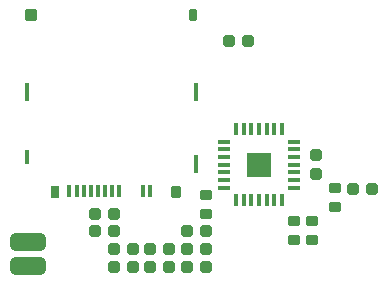
<source format=gbp>
%FSLAX44Y44*%
%MOMM*%
G71*
G01*
G75*
G04 Layer_Color=128*
G04:AMPARAMS|DCode=10|XSize=1mm|YSize=1.2mm|CornerRadius=0.165mm|HoleSize=0mm|Usage=FLASHONLY|Rotation=180.000|XOffset=0mm|YOffset=0mm|HoleType=Round|Shape=RoundedRectangle|*
%AMROUNDEDRECTD10*
21,1,1.0000,0.8700,0,0,180.0*
21,1,0.6700,1.2000,0,0,180.0*
1,1,0.3300,-0.3350,0.4350*
1,1,0.3300,0.3350,0.4350*
1,1,0.3300,0.3350,-0.4350*
1,1,0.3300,-0.3350,-0.4350*
%
%ADD10ROUNDEDRECTD10*%
G04:AMPARAMS|DCode=11|XSize=1.5mm|YSize=3mm|CornerRadius=0.375mm|HoleSize=0mm|Usage=FLASHONLY|Rotation=180.000|XOffset=0mm|YOffset=0mm|HoleType=Round|Shape=RoundedRectangle|*
%AMROUNDEDRECTD11*
21,1,1.5000,2.2500,0,0,180.0*
21,1,0.7500,3.0000,0,0,180.0*
1,1,0.7500,-0.3750,1.1250*
1,1,0.7500,0.3750,1.1250*
1,1,0.7500,0.3750,-1.1250*
1,1,0.7500,-0.3750,-1.1250*
%
%ADD11ROUNDEDRECTD11*%
%ADD12R,0.4000X1.4000*%
G04:AMPARAMS|DCode=13|XSize=1.8mm|YSize=1.9mm|CornerRadius=0.45mm|HoleSize=0mm|Usage=FLASHONLY|Rotation=0.000|XOffset=0mm|YOffset=0mm|HoleType=Round|Shape=RoundedRectangle|*
%AMROUNDEDRECTD13*
21,1,1.8000,1.0000,0,0,0.0*
21,1,0.9000,1.9000,0,0,0.0*
1,1,0.9000,0.4500,-0.5000*
1,1,0.9000,-0.4500,-0.5000*
1,1,0.9000,-0.4500,0.5000*
1,1,0.9000,0.4500,0.5000*
%
%ADD13ROUNDEDRECTD13*%
G04:AMPARAMS|DCode=14|XSize=1.1mm|YSize=0.6mm|CornerRadius=0.201mm|HoleSize=0mm|Usage=FLASHONLY|Rotation=270.000|XOffset=0mm|YOffset=0mm|HoleType=Round|Shape=RoundedRectangle|*
%AMROUNDEDRECTD14*
21,1,1.1000,0.1980,0,0,270.0*
21,1,0.6980,0.6000,0,0,270.0*
1,1,0.4020,-0.0990,-0.3490*
1,1,0.4020,-0.0990,0.3490*
1,1,0.4020,0.0990,0.3490*
1,1,0.4020,0.0990,-0.3490*
%
%ADD14ROUNDEDRECTD14*%
G04:AMPARAMS|DCode=15|XSize=1.1mm|YSize=0.6mm|CornerRadius=0.201mm|HoleSize=0mm|Usage=FLASHONLY|Rotation=180.000|XOffset=0mm|YOffset=0mm|HoleType=Round|Shape=RoundedRectangle|*
%AMROUNDEDRECTD15*
21,1,1.1000,0.1980,0,0,180.0*
21,1,0.6980,0.6000,0,0,180.0*
1,1,0.4020,-0.3490,0.0990*
1,1,0.4020,0.3490,0.0990*
1,1,0.4020,0.3490,-0.0990*
1,1,0.4020,-0.3490,-0.0990*
%
%ADD15ROUNDEDRECTD15*%
%ADD16O,1.8000X0.8000*%
%ADD17O,1.0000X2.5000*%
G04:AMPARAMS|DCode=18|XSize=1.5mm|YSize=3mm|CornerRadius=0.375mm|HoleSize=0mm|Usage=FLASHONLY|Rotation=270.000|XOffset=0mm|YOffset=0mm|HoleType=Round|Shape=RoundedRectangle|*
%AMROUNDEDRECTD18*
21,1,1.5000,2.2500,0,0,270.0*
21,1,0.7500,3.0000,0,0,270.0*
1,1,0.7500,-1.1250,-0.3750*
1,1,0.7500,-1.1250,0.3750*
1,1,0.7500,1.1250,0.3750*
1,1,0.7500,1.1250,-0.3750*
%
%ADD18ROUNDEDRECTD18*%
%ADD19O,2.5000X0.7000*%
%ADD20O,0.7000X2.5000*%
%ADD21C,0.4000*%
%ADD22C,0.2500*%
%ADD23C,0.2000*%
%ADD24C,0.3500*%
%ADD25C,0.7000*%
%ADD26C,1.0000*%
%ADD27C,0.8000*%
%ADD28C,0.7000*%
%ADD29C,2.0000*%
%ADD30R,1.3000X1.3000*%
%ADD31C,1.3000*%
%ADD32C,1.8500*%
G04:AMPARAMS|DCode=33|XSize=1mm|YSize=0.95mm|CornerRadius=0.1995mm|HoleSize=0mm|Usage=FLASHONLY|Rotation=90.000|XOffset=0mm|YOffset=0mm|HoleType=Round|Shape=RoundedRectangle|*
%AMROUNDEDRECTD33*
21,1,1.0000,0.5510,0,0,90.0*
21,1,0.6010,0.9500,0,0,90.0*
1,1,0.3990,0.2755,0.3005*
1,1,0.3990,0.2755,-0.3005*
1,1,0.3990,-0.2755,-0.3005*
1,1,0.3990,-0.2755,0.3005*
%
%ADD33ROUNDEDRECTD33*%
G04:AMPARAMS|DCode=34|XSize=1mm|YSize=0.95mm|CornerRadius=0.1995mm|HoleSize=0mm|Usage=FLASHONLY|Rotation=180.000|XOffset=0mm|YOffset=0mm|HoleType=Round|Shape=RoundedRectangle|*
%AMROUNDEDRECTD34*
21,1,1.0000,0.5510,0,0,180.0*
21,1,0.6010,0.9500,0,0,180.0*
1,1,0.3990,-0.3005,0.2755*
1,1,0.3990,0.3005,0.2755*
1,1,0.3990,0.3005,-0.2755*
1,1,0.3990,-0.3005,-0.2755*
%
%ADD34ROUNDEDRECTD34*%
G04:AMPARAMS|DCode=35|XSize=1mm|YSize=0.9mm|CornerRadius=0.198mm|HoleSize=0mm|Usage=FLASHONLY|Rotation=0.000|XOffset=0mm|YOffset=0mm|HoleType=Round|Shape=RoundedRectangle|*
%AMROUNDEDRECTD35*
21,1,1.0000,0.5040,0,0,0.0*
21,1,0.6040,0.9000,0,0,0.0*
1,1,0.3960,0.3020,-0.2520*
1,1,0.3960,-0.3020,-0.2520*
1,1,0.3960,-0.3020,0.2520*
1,1,0.3960,0.3020,0.2520*
%
%ADD35ROUNDEDRECTD35*%
%ADD36R,4.0000X4.0000*%
%ADD37O,0.4000X1.1000*%
%ADD38O,1.1000X0.4000*%
G04:AMPARAMS|DCode=39|XSize=0.375mm|YSize=1.5mm|CornerRadius=0.0825mm|HoleSize=0mm|Usage=FLASHONLY|Rotation=0.000|XOffset=0mm|YOffset=0mm|HoleType=Round|Shape=RoundedRectangle|*
%AMROUNDEDRECTD39*
21,1,0.3750,1.3350,0,0,0.0*
21,1,0.2100,1.5000,0,0,0.0*
1,1,0.1650,0.1050,-0.6675*
1,1,0.1650,-0.1050,-0.6675*
1,1,0.1650,-0.1050,0.6675*
1,1,0.1650,0.1050,0.6675*
%
%ADD39ROUNDEDRECTD39*%
G04:AMPARAMS|DCode=40|XSize=0.375mm|YSize=1.25mm|CornerRadius=0.0825mm|HoleSize=0mm|Usage=FLASHONLY|Rotation=0.000|XOffset=0mm|YOffset=0mm|HoleType=Round|Shape=RoundedRectangle|*
%AMROUNDEDRECTD40*
21,1,0.3750,1.0850,0,0,0.0*
21,1,0.2100,1.2500,0,0,0.0*
1,1,0.1650,0.1050,-0.5425*
1,1,0.1650,-0.1050,-0.5425*
1,1,0.1650,-0.1050,0.5425*
1,1,0.1650,0.1050,0.5425*
%
%ADD40ROUNDEDRECTD40*%
G04:AMPARAMS|DCode=41|XSize=0.375mm|YSize=1.6mm|CornerRadius=0.0825mm|HoleSize=0mm|Usage=FLASHONLY|Rotation=0.000|XOffset=0mm|YOffset=0mm|HoleType=Round|Shape=RoundedRectangle|*
%AMROUNDEDRECTD41*
21,1,0.3750,1.4350,0,0,0.0*
21,1,0.2100,1.6000,0,0,0.0*
1,1,0.1650,0.1050,-0.7175*
1,1,0.1650,-0.1050,-0.7175*
1,1,0.1650,-0.1050,0.7175*
1,1,0.1650,0.1050,0.7175*
%
%ADD41ROUNDEDRECTD41*%
G04:AMPARAMS|DCode=42|XSize=1.1mm|YSize=0.9mm|CornerRadius=0.3015mm|HoleSize=0mm|Usage=FLASHONLY|Rotation=270.000|XOffset=0mm|YOffset=0mm|HoleType=Round|Shape=RoundedRectangle|*
%AMROUNDEDRECTD42*
21,1,1.1000,0.2970,0,0,270.0*
21,1,0.4970,0.9000,0,0,270.0*
1,1,0.6030,-0.1485,-0.2485*
1,1,0.6030,-0.1485,0.2485*
1,1,0.6030,0.1485,0.2485*
1,1,0.6030,0.1485,-0.2485*
%
%ADD42ROUNDEDRECTD42*%
G04:AMPARAMS|DCode=43|XSize=1mm|YSize=0.4mm|CornerRadius=0.1mm|HoleSize=0mm|Usage=FLASHONLY|Rotation=270.000|XOffset=0mm|YOffset=0mm|HoleType=Round|Shape=RoundedRectangle|*
%AMROUNDEDRECTD43*
21,1,1.0000,0.2000,0,0,270.0*
21,1,0.8000,0.4000,0,0,270.0*
1,1,0.2000,-0.1000,-0.4000*
1,1,0.2000,-0.1000,0.4000*
1,1,0.2000,0.1000,0.4000*
1,1,0.2000,0.1000,-0.4000*
%
%ADD43ROUNDEDRECTD43*%
G04:AMPARAMS|DCode=44|XSize=0.75mm|YSize=1.1mm|CornerRadius=0.165mm|HoleSize=0mm|Usage=FLASHONLY|Rotation=0.000|XOffset=0mm|YOffset=0mm|HoleType=Round|Shape=RoundedRectangle|*
%AMROUNDEDRECTD44*
21,1,0.7500,0.7700,0,0,0.0*
21,1,0.4200,1.1000,0,0,0.0*
1,1,0.3300,0.2100,-0.3850*
1,1,0.3300,-0.2100,-0.3850*
1,1,0.3300,-0.2100,0.3850*
1,1,0.3300,0.2100,0.3850*
%
%ADD44ROUNDEDRECTD44*%
G04:AMPARAMS|DCode=45|XSize=1mm|YSize=1.1mm|CornerRadius=0.165mm|HoleSize=0mm|Usage=FLASHONLY|Rotation=0.000|XOffset=0mm|YOffset=0mm|HoleType=Round|Shape=RoundedRectangle|*
%AMROUNDEDRECTD45*
21,1,1.0000,0.7700,0,0,0.0*
21,1,0.6700,1.1000,0,0,0.0*
1,1,0.3300,0.3350,-0.3850*
1,1,0.3300,-0.3350,-0.3850*
1,1,0.3300,-0.3350,0.3850*
1,1,0.3300,0.3350,0.3850*
%
%ADD45ROUNDEDRECTD45*%
G04:AMPARAMS|DCode=46|XSize=1.1mm|YSize=0.75mm|CornerRadius=0.2512mm|HoleSize=0mm|Usage=FLASHONLY|Rotation=270.000|XOffset=0mm|YOffset=0mm|HoleType=Round|Shape=RoundedRectangle|*
%AMROUNDEDRECTD46*
21,1,1.1000,0.2475,0,0,270.0*
21,1,0.5975,0.7500,0,0,270.0*
1,1,0.5025,-0.1238,-0.2988*
1,1,0.5025,-0.1238,0.2988*
1,1,0.5025,0.1238,0.2988*
1,1,0.5025,0.1238,-0.2988*
%
%ADD46ROUNDEDRECTD46*%
%ADD47C,0.9000*%
%ADD48C,0.5000*%
%ADD49C,0.2540*%
%ADD50C,0.1000*%
G04:AMPARAMS|DCode=51|XSize=1.15mm|YSize=1.35mm|CornerRadius=0.24mm|HoleSize=0mm|Usage=FLASHONLY|Rotation=180.000|XOffset=0mm|YOffset=0mm|HoleType=Round|Shape=RoundedRectangle|*
%AMROUNDEDRECTD51*
21,1,1.1500,0.8700,0,0,180.0*
21,1,0.6700,1.3500,0,0,180.0*
1,1,0.4800,-0.3350,0.4350*
1,1,0.4800,0.3350,0.4350*
1,1,0.4800,0.3350,-0.4350*
1,1,0.4800,-0.3350,-0.4350*
%
%ADD51ROUNDEDRECTD51*%
G04:AMPARAMS|DCode=52|XSize=1.7032mm|YSize=3.2032mm|CornerRadius=0.4766mm|HoleSize=0mm|Usage=FLASHONLY|Rotation=180.000|XOffset=0mm|YOffset=0mm|HoleType=Round|Shape=RoundedRectangle|*
%AMROUNDEDRECTD52*
21,1,1.7032,2.2500,0,0,180.0*
21,1,0.7500,3.2032,0,0,180.0*
1,1,0.9532,-0.3750,1.1250*
1,1,0.9532,0.3750,1.1250*
1,1,0.9532,0.3750,-1.1250*
1,1,0.9532,-0.3750,-1.1250*
%
%ADD52ROUNDEDRECTD52*%
%ADD53R,0.6032X1.6032*%
G04:AMPARAMS|DCode=54|XSize=2.0032mm|YSize=2.1032mm|CornerRadius=0.5516mm|HoleSize=0mm|Usage=FLASHONLY|Rotation=0.000|XOffset=0mm|YOffset=0mm|HoleType=Round|Shape=RoundedRectangle|*
%AMROUNDEDRECTD54*
21,1,2.0032,1.0000,0,0,0.0*
21,1,0.9000,2.1032,0,0,0.0*
1,1,1.1032,0.4500,-0.5000*
1,1,1.1032,-0.4500,-0.5000*
1,1,1.1032,-0.4500,0.5000*
1,1,1.1032,0.4500,0.5000*
%
%ADD54ROUNDEDRECTD54*%
G04:AMPARAMS|DCode=55|XSize=1.25mm|YSize=0.75mm|CornerRadius=0.276mm|HoleSize=0mm|Usage=FLASHONLY|Rotation=270.000|XOffset=0mm|YOffset=0mm|HoleType=Round|Shape=RoundedRectangle|*
%AMROUNDEDRECTD55*
21,1,1.2500,0.1980,0,0,270.0*
21,1,0.6980,0.7500,0,0,270.0*
1,1,0.5520,-0.0990,-0.3490*
1,1,0.5520,-0.0990,0.3490*
1,1,0.5520,0.0990,0.3490*
1,1,0.5520,0.0990,-0.3490*
%
%ADD55ROUNDEDRECTD55*%
G04:AMPARAMS|DCode=56|XSize=1.25mm|YSize=0.75mm|CornerRadius=0.276mm|HoleSize=0mm|Usage=FLASHONLY|Rotation=180.000|XOffset=0mm|YOffset=0mm|HoleType=Round|Shape=RoundedRectangle|*
%AMROUNDEDRECTD56*
21,1,1.2500,0.1980,0,0,180.0*
21,1,0.6980,0.7500,0,0,180.0*
1,1,0.5520,-0.3490,0.0990*
1,1,0.5520,0.3490,0.0990*
1,1,0.5520,0.3490,-0.0990*
1,1,0.5520,-0.3490,-0.0990*
%
%ADD56ROUNDEDRECTD56*%
%ADD57O,1.9500X0.9500*%
%ADD58O,1.1500X2.6500*%
G04:AMPARAMS|DCode=59|XSize=1.7032mm|YSize=3.2032mm|CornerRadius=0.4766mm|HoleSize=0mm|Usage=FLASHONLY|Rotation=270.000|XOffset=0mm|YOffset=0mm|HoleType=Round|Shape=RoundedRectangle|*
%AMROUNDEDRECTD59*
21,1,1.7032,2.2500,0,0,270.0*
21,1,0.7500,3.2032,0,0,270.0*
1,1,0.9532,-1.1250,-0.3750*
1,1,0.9532,-1.1250,0.3750*
1,1,0.9532,1.1250,0.3750*
1,1,0.9532,1.1250,-0.3750*
%
%ADD59ROUNDEDRECTD59*%
%ADD60O,2.6500X0.8500*%
%ADD61O,0.8500X2.6500*%
%ADD62C,1.0032*%
%ADD63C,0.9032*%
%ADD64C,2.2032*%
%ADD65R,1.5032X1.5032*%
%ADD66C,1.5032*%
G04:AMPARAMS|DCode=67|XSize=1.15mm|YSize=1.1mm|CornerRadius=0.2745mm|HoleSize=0mm|Usage=FLASHONLY|Rotation=90.000|XOffset=0mm|YOffset=0mm|HoleType=Round|Shape=RoundedRectangle|*
%AMROUNDEDRECTD67*
21,1,1.1500,0.5510,0,0,90.0*
21,1,0.6010,1.1000,0,0,90.0*
1,1,0.5490,0.2755,0.3005*
1,1,0.5490,0.2755,-0.3005*
1,1,0.5490,-0.2755,-0.3005*
1,1,0.5490,-0.2755,0.3005*
%
%ADD67ROUNDEDRECTD67*%
G04:AMPARAMS|DCode=68|XSize=1.15mm|YSize=1.1mm|CornerRadius=0.2745mm|HoleSize=0mm|Usage=FLASHONLY|Rotation=180.000|XOffset=0mm|YOffset=0mm|HoleType=Round|Shape=RoundedRectangle|*
%AMROUNDEDRECTD68*
21,1,1.1500,0.5510,0,0,180.0*
21,1,0.6010,1.1000,0,0,180.0*
1,1,0.5490,-0.3005,0.2755*
1,1,0.5490,0.3005,0.2755*
1,1,0.5490,0.3005,-0.2755*
1,1,0.5490,-0.3005,-0.2755*
%
%ADD68ROUNDEDRECTD68*%
G04:AMPARAMS|DCode=69|XSize=1.15mm|YSize=1.05mm|CornerRadius=0.273mm|HoleSize=0mm|Usage=FLASHONLY|Rotation=0.000|XOffset=0mm|YOffset=0mm|HoleType=Round|Shape=RoundedRectangle|*
%AMROUNDEDRECTD69*
21,1,1.1500,0.5040,0,0,0.0*
21,1,0.6040,1.0500,0,0,0.0*
1,1,0.5460,0.3020,-0.2520*
1,1,0.5460,-0.3020,-0.2520*
1,1,0.5460,-0.3020,0.2520*
1,1,0.5460,0.3020,0.2520*
%
%ADD69ROUNDEDRECTD69*%
%ADD70R,4.1000X4.1000*%
%ADD71O,0.5000X1.2000*%
%ADD72O,1.2000X0.5000*%
G04:AMPARAMS|DCode=73|XSize=0.475mm|YSize=1.6mm|CornerRadius=0.1325mm|HoleSize=0mm|Usage=FLASHONLY|Rotation=0.000|XOffset=0mm|YOffset=0mm|HoleType=Round|Shape=RoundedRectangle|*
%AMROUNDEDRECTD73*
21,1,0.4750,1.3350,0,0,0.0*
21,1,0.2100,1.6000,0,0,0.0*
1,1,0.2650,0.1050,-0.6675*
1,1,0.2650,-0.1050,-0.6675*
1,1,0.2650,-0.1050,0.6675*
1,1,0.2650,0.1050,0.6675*
%
%ADD73ROUNDEDRECTD73*%
G04:AMPARAMS|DCode=74|XSize=0.475mm|YSize=1.35mm|CornerRadius=0.1325mm|HoleSize=0mm|Usage=FLASHONLY|Rotation=0.000|XOffset=0mm|YOffset=0mm|HoleType=Round|Shape=RoundedRectangle|*
%AMROUNDEDRECTD74*
21,1,0.4750,1.0850,0,0,0.0*
21,1,0.2100,1.3500,0,0,0.0*
1,1,0.2650,0.1050,-0.5425*
1,1,0.2650,-0.1050,-0.5425*
1,1,0.2650,-0.1050,0.5425*
1,1,0.2650,0.1050,0.5425*
%
%ADD74ROUNDEDRECTD74*%
G04:AMPARAMS|DCode=75|XSize=0.475mm|YSize=1.7mm|CornerRadius=0.1325mm|HoleSize=0mm|Usage=FLASHONLY|Rotation=0.000|XOffset=0mm|YOffset=0mm|HoleType=Round|Shape=RoundedRectangle|*
%AMROUNDEDRECTD75*
21,1,0.4750,1.4350,0,0,0.0*
21,1,0.2100,1.7000,0,0,0.0*
1,1,0.2650,0.1050,-0.7175*
1,1,0.2650,-0.1050,-0.7175*
1,1,0.2650,-0.1050,0.7175*
1,1,0.2650,0.1050,0.7175*
%
%ADD75ROUNDEDRECTD75*%
G04:AMPARAMS|DCode=76|XSize=1.2mm|YSize=1mm|CornerRadius=0.3515mm|HoleSize=0mm|Usage=FLASHONLY|Rotation=270.000|XOffset=0mm|YOffset=0mm|HoleType=Round|Shape=RoundedRectangle|*
%AMROUNDEDRECTD76*
21,1,1.2000,0.2970,0,0,270.0*
21,1,0.4970,1.0000,0,0,270.0*
1,1,0.7030,-0.1485,-0.2485*
1,1,0.7030,-0.1485,0.2485*
1,1,0.7030,0.1485,0.2485*
1,1,0.7030,0.1485,-0.2485*
%
%ADD76ROUNDEDRECTD76*%
G04:AMPARAMS|DCode=77|XSize=1.1mm|YSize=0.5mm|CornerRadius=0.15mm|HoleSize=0mm|Usage=FLASHONLY|Rotation=270.000|XOffset=0mm|YOffset=0mm|HoleType=Round|Shape=RoundedRectangle|*
%AMROUNDEDRECTD77*
21,1,1.1000,0.2000,0,0,270.0*
21,1,0.8000,0.5000,0,0,270.0*
1,1,0.3000,-0.1000,-0.4000*
1,1,0.3000,-0.1000,0.4000*
1,1,0.3000,0.1000,0.4000*
1,1,0.3000,0.1000,-0.4000*
%
%ADD77ROUNDEDRECTD77*%
G04:AMPARAMS|DCode=78|XSize=0.85mm|YSize=1.2mm|CornerRadius=0.215mm|HoleSize=0mm|Usage=FLASHONLY|Rotation=0.000|XOffset=0mm|YOffset=0mm|HoleType=Round|Shape=RoundedRectangle|*
%AMROUNDEDRECTD78*
21,1,0.8500,0.7700,0,0,0.0*
21,1,0.4200,1.2000,0,0,0.0*
1,1,0.4300,0.2100,-0.3850*
1,1,0.4300,-0.2100,-0.3850*
1,1,0.4300,-0.2100,0.3850*
1,1,0.4300,0.2100,0.3850*
%
%ADD78ROUNDEDRECTD78*%
G04:AMPARAMS|DCode=79|XSize=1.1mm|YSize=1.2mm|CornerRadius=0.215mm|HoleSize=0mm|Usage=FLASHONLY|Rotation=0.000|XOffset=0mm|YOffset=0mm|HoleType=Round|Shape=RoundedRectangle|*
%AMROUNDEDRECTD79*
21,1,1.1000,0.7700,0,0,0.0*
21,1,0.6700,1.2000,0,0,0.0*
1,1,0.4300,0.3350,-0.3850*
1,1,0.4300,-0.3350,-0.3850*
1,1,0.4300,-0.3350,0.3850*
1,1,0.4300,0.3350,0.3850*
%
%ADD79ROUNDEDRECTD79*%
G04:AMPARAMS|DCode=80|XSize=1.2mm|YSize=0.85mm|CornerRadius=0.3013mm|HoleSize=0mm|Usage=FLASHONLY|Rotation=270.000|XOffset=0mm|YOffset=0mm|HoleType=Round|Shape=RoundedRectangle|*
%AMROUNDEDRECTD80*
21,1,1.2000,0.2475,0,0,270.0*
21,1,0.5975,0.8500,0,0,270.0*
1,1,0.6025,-0.1238,-0.2988*
1,1,0.6025,-0.1238,0.2988*
1,1,0.6025,0.1238,0.2988*
1,1,0.6025,0.1238,-0.2988*
%
%ADD80ROUNDEDRECTD80*%
%ADD81R,2.1000X2.1000*%
D18*
X20000Y32500D02*
D03*
Y12500D02*
D03*
D33*
X171000Y26500D02*
D03*
X155000D02*
D03*
X140000Y26500D02*
D03*
X124000D02*
D03*
X109000Y26500D02*
D03*
X93000D02*
D03*
X109000Y11500D02*
D03*
X93000D02*
D03*
X171000D02*
D03*
X155000D02*
D03*
X140000D02*
D03*
X124000D02*
D03*
X77000Y56750D02*
D03*
X93000D02*
D03*
X155000Y41750D02*
D03*
X171000D02*
D03*
X93000D02*
D03*
X77000D02*
D03*
X295750Y77250D02*
D03*
X311750D02*
D03*
X206500Y202750D02*
D03*
X190500D02*
D03*
D34*
X264500Y90000D02*
D03*
Y106000D02*
D03*
D35*
X280750Y62500D02*
D03*
Y78500D02*
D03*
X260500Y50501D02*
D03*
Y34501D02*
D03*
X245500D02*
D03*
Y50501D02*
D03*
X171000Y72250D02*
D03*
Y56250D02*
D03*
D37*
X235500Y128000D02*
D03*
X229000D02*
D03*
X222500D02*
D03*
X216000D02*
D03*
X209500D02*
D03*
X203000D02*
D03*
X196500D02*
D03*
Y68000D02*
D03*
X203000D02*
D03*
X209500D02*
D03*
X216000D02*
D03*
X222500D02*
D03*
X229000D02*
D03*
X235500D02*
D03*
D38*
X186000Y117500D02*
D03*
Y111000D02*
D03*
Y104500D02*
D03*
Y98000D02*
D03*
Y91500D02*
D03*
Y85000D02*
D03*
Y78500D02*
D03*
X246000D02*
D03*
Y85000D02*
D03*
Y91500D02*
D03*
Y98000D02*
D03*
Y104500D02*
D03*
Y111000D02*
D03*
Y117500D02*
D03*
D39*
X162250Y159750D02*
D03*
X19750D02*
D03*
D40*
Y105000D02*
D03*
D41*
X162250Y99000D02*
D03*
D42*
X145500Y74750D02*
D03*
D43*
X97500Y76250D02*
D03*
X55500D02*
D03*
X61500Y76250D02*
D03*
X73500Y76250D02*
D03*
X117500D02*
D03*
X67500D02*
D03*
X123500D02*
D03*
X91500D02*
D03*
X79500D02*
D03*
X85500D02*
D03*
D44*
X160250Y225250D02*
D03*
D45*
X22750D02*
D03*
D46*
X43250Y74750D02*
D03*
D81*
X216000Y98000D02*
D03*
M02*

</source>
